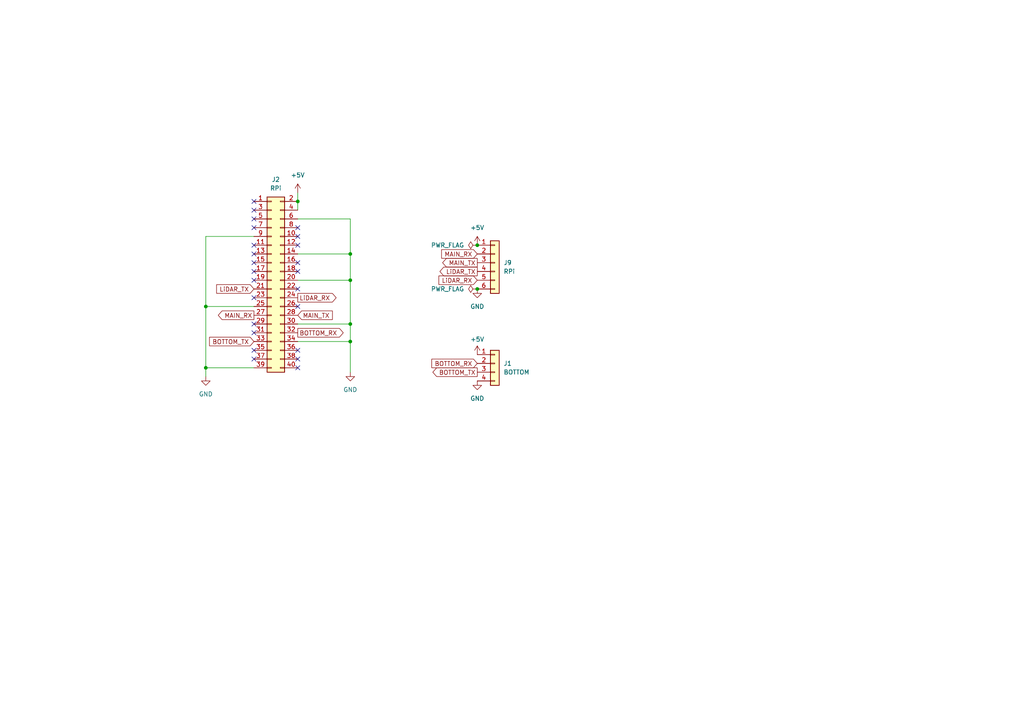
<source format=kicad_sch>
(kicad_sch
	(version 20250114)
	(generator "eeschema")
	(generator_version "9.0")
	(uuid "00c8d7c9-9f94-4acc-9fb5-19dd134d804a")
	(paper "A4")
	(lib_symbols
		(symbol "Connector_Generic:Conn_01x04"
			(pin_names
				(offset 1.016)
				(hide yes)
			)
			(exclude_from_sim no)
			(in_bom yes)
			(on_board yes)
			(property "Reference" "J"
				(at 0 5.08 0)
				(effects
					(font
						(size 1.27 1.27)
					)
				)
			)
			(property "Value" "Conn_01x04"
				(at 0 -7.62 0)
				(effects
					(font
						(size 1.27 1.27)
					)
				)
			)
			(property "Footprint" ""
				(at 0 0 0)
				(effects
					(font
						(size 1.27 1.27)
					)
					(hide yes)
				)
			)
			(property "Datasheet" "~"
				(at 0 0 0)
				(effects
					(font
						(size 1.27 1.27)
					)
					(hide yes)
				)
			)
			(property "Description" "Generic connector, single row, 01x04, script generated (kicad-library-utils/schlib/autogen/connector/)"
				(at 0 0 0)
				(effects
					(font
						(size 1.27 1.27)
					)
					(hide yes)
				)
			)
			(property "ki_keywords" "connector"
				(at 0 0 0)
				(effects
					(font
						(size 1.27 1.27)
					)
					(hide yes)
				)
			)
			(property "ki_fp_filters" "Connector*:*_1x??_*"
				(at 0 0 0)
				(effects
					(font
						(size 1.27 1.27)
					)
					(hide yes)
				)
			)
			(symbol "Conn_01x04_1_1"
				(rectangle
					(start -1.27 3.81)
					(end 1.27 -6.35)
					(stroke
						(width 0.254)
						(type default)
					)
					(fill
						(type background)
					)
				)
				(rectangle
					(start -1.27 2.667)
					(end 0 2.413)
					(stroke
						(width 0.1524)
						(type default)
					)
					(fill
						(type none)
					)
				)
				(rectangle
					(start -1.27 0.127)
					(end 0 -0.127)
					(stroke
						(width 0.1524)
						(type default)
					)
					(fill
						(type none)
					)
				)
				(rectangle
					(start -1.27 -2.413)
					(end 0 -2.667)
					(stroke
						(width 0.1524)
						(type default)
					)
					(fill
						(type none)
					)
				)
				(rectangle
					(start -1.27 -4.953)
					(end 0 -5.207)
					(stroke
						(width 0.1524)
						(type default)
					)
					(fill
						(type none)
					)
				)
				(pin passive line
					(at -5.08 2.54 0)
					(length 3.81)
					(name "Pin_1"
						(effects
							(font
								(size 1.27 1.27)
							)
						)
					)
					(number "1"
						(effects
							(font
								(size 1.27 1.27)
							)
						)
					)
				)
				(pin passive line
					(at -5.08 0 0)
					(length 3.81)
					(name "Pin_2"
						(effects
							(font
								(size 1.27 1.27)
							)
						)
					)
					(number "2"
						(effects
							(font
								(size 1.27 1.27)
							)
						)
					)
				)
				(pin passive line
					(at -5.08 -2.54 0)
					(length 3.81)
					(name "Pin_3"
						(effects
							(font
								(size 1.27 1.27)
							)
						)
					)
					(number "3"
						(effects
							(font
								(size 1.27 1.27)
							)
						)
					)
				)
				(pin passive line
					(at -5.08 -5.08 0)
					(length 3.81)
					(name "Pin_4"
						(effects
							(font
								(size 1.27 1.27)
							)
						)
					)
					(number "4"
						(effects
							(font
								(size 1.27 1.27)
							)
						)
					)
				)
			)
			(embedded_fonts no)
		)
		(symbol "Connector_Generic:Conn_01x06"
			(pin_names
				(offset 1.016)
				(hide yes)
			)
			(exclude_from_sim no)
			(in_bom yes)
			(on_board yes)
			(property "Reference" "J"
				(at 0 7.62 0)
				(effects
					(font
						(size 1.27 1.27)
					)
				)
			)
			(property "Value" "Conn_01x06"
				(at 0 -10.16 0)
				(effects
					(font
						(size 1.27 1.27)
					)
				)
			)
			(property "Footprint" ""
				(at 0 0 0)
				(effects
					(font
						(size 1.27 1.27)
					)
					(hide yes)
				)
			)
			(property "Datasheet" "~"
				(at 0 0 0)
				(effects
					(font
						(size 1.27 1.27)
					)
					(hide yes)
				)
			)
			(property "Description" "Generic connector, single row, 01x06, script generated (kicad-library-utils/schlib/autogen/connector/)"
				(at 0 0 0)
				(effects
					(font
						(size 1.27 1.27)
					)
					(hide yes)
				)
			)
			(property "ki_keywords" "connector"
				(at 0 0 0)
				(effects
					(font
						(size 1.27 1.27)
					)
					(hide yes)
				)
			)
			(property "ki_fp_filters" "Connector*:*_1x??_*"
				(at 0 0 0)
				(effects
					(font
						(size 1.27 1.27)
					)
					(hide yes)
				)
			)
			(symbol "Conn_01x06_1_1"
				(rectangle
					(start -1.27 6.35)
					(end 1.27 -8.89)
					(stroke
						(width 0.254)
						(type default)
					)
					(fill
						(type background)
					)
				)
				(rectangle
					(start -1.27 5.207)
					(end 0 4.953)
					(stroke
						(width 0.1524)
						(type default)
					)
					(fill
						(type none)
					)
				)
				(rectangle
					(start -1.27 2.667)
					(end 0 2.413)
					(stroke
						(width 0.1524)
						(type default)
					)
					(fill
						(type none)
					)
				)
				(rectangle
					(start -1.27 0.127)
					(end 0 -0.127)
					(stroke
						(width 0.1524)
						(type default)
					)
					(fill
						(type none)
					)
				)
				(rectangle
					(start -1.27 -2.413)
					(end 0 -2.667)
					(stroke
						(width 0.1524)
						(type default)
					)
					(fill
						(type none)
					)
				)
				(rectangle
					(start -1.27 -4.953)
					(end 0 -5.207)
					(stroke
						(width 0.1524)
						(type default)
					)
					(fill
						(type none)
					)
				)
				(rectangle
					(start -1.27 -7.493)
					(end 0 -7.747)
					(stroke
						(width 0.1524)
						(type default)
					)
					(fill
						(type none)
					)
				)
				(pin passive line
					(at -5.08 5.08 0)
					(length 3.81)
					(name "Pin_1"
						(effects
							(font
								(size 1.27 1.27)
							)
						)
					)
					(number "1"
						(effects
							(font
								(size 1.27 1.27)
							)
						)
					)
				)
				(pin passive line
					(at -5.08 2.54 0)
					(length 3.81)
					(name "Pin_2"
						(effects
							(font
								(size 1.27 1.27)
							)
						)
					)
					(number "2"
						(effects
							(font
								(size 1.27 1.27)
							)
						)
					)
				)
				(pin passive line
					(at -5.08 0 0)
					(length 3.81)
					(name "Pin_3"
						(effects
							(font
								(size 1.27 1.27)
							)
						)
					)
					(number "3"
						(effects
							(font
								(size 1.27 1.27)
							)
						)
					)
				)
				(pin passive line
					(at -5.08 -2.54 0)
					(length 3.81)
					(name "Pin_4"
						(effects
							(font
								(size 1.27 1.27)
							)
						)
					)
					(number "4"
						(effects
							(font
								(size 1.27 1.27)
							)
						)
					)
				)
				(pin passive line
					(at -5.08 -5.08 0)
					(length 3.81)
					(name "Pin_5"
						(effects
							(font
								(size 1.27 1.27)
							)
						)
					)
					(number "5"
						(effects
							(font
								(size 1.27 1.27)
							)
						)
					)
				)
				(pin passive line
					(at -5.08 -7.62 0)
					(length 3.81)
					(name "Pin_6"
						(effects
							(font
								(size 1.27 1.27)
							)
						)
					)
					(number "6"
						(effects
							(font
								(size 1.27 1.27)
							)
						)
					)
				)
			)
			(embedded_fonts no)
		)
		(symbol "Connector_Generic:Conn_02x20_Odd_Even"
			(pin_names
				(offset 1.016)
				(hide yes)
			)
			(exclude_from_sim no)
			(in_bom yes)
			(on_board yes)
			(property "Reference" "J"
				(at 1.27 25.4 0)
				(effects
					(font
						(size 1.27 1.27)
					)
				)
			)
			(property "Value" "Conn_02x20_Odd_Even"
				(at 1.27 -27.94 0)
				(effects
					(font
						(size 1.27 1.27)
					)
				)
			)
			(property "Footprint" ""
				(at 0 0 0)
				(effects
					(font
						(size 1.27 1.27)
					)
					(hide yes)
				)
			)
			(property "Datasheet" "~"
				(at 0 0 0)
				(effects
					(font
						(size 1.27 1.27)
					)
					(hide yes)
				)
			)
			(property "Description" "Generic connector, double row, 02x20, odd/even pin numbering scheme (row 1 odd numbers, row 2 even numbers), script generated (kicad-library-utils/schlib/autogen/connector/)"
				(at 0 0 0)
				(effects
					(font
						(size 1.27 1.27)
					)
					(hide yes)
				)
			)
			(property "ki_keywords" "connector"
				(at 0 0 0)
				(effects
					(font
						(size 1.27 1.27)
					)
					(hide yes)
				)
			)
			(property "ki_fp_filters" "Connector*:*_2x??_*"
				(at 0 0 0)
				(effects
					(font
						(size 1.27 1.27)
					)
					(hide yes)
				)
			)
			(symbol "Conn_02x20_Odd_Even_1_1"
				(rectangle
					(start -1.27 24.13)
					(end 3.81 -26.67)
					(stroke
						(width 0.254)
						(type default)
					)
					(fill
						(type background)
					)
				)
				(rectangle
					(start -1.27 22.987)
					(end 0 22.733)
					(stroke
						(width 0.1524)
						(type default)
					)
					(fill
						(type none)
					)
				)
				(rectangle
					(start -1.27 20.447)
					(end 0 20.193)
					(stroke
						(width 0.1524)
						(type default)
					)
					(fill
						(type none)
					)
				)
				(rectangle
					(start -1.27 17.907)
					(end 0 17.653)
					(stroke
						(width 0.1524)
						(type default)
					)
					(fill
						(type none)
					)
				)
				(rectangle
					(start -1.27 15.367)
					(end 0 15.113)
					(stroke
						(width 0.1524)
						(type default)
					)
					(fill
						(type none)
					)
				)
				(rectangle
					(start -1.27 12.827)
					(end 0 12.573)
					(stroke
						(width 0.1524)
						(type default)
					)
					(fill
						(type none)
					)
				)
				(rectangle
					(start -1.27 10.287)
					(end 0 10.033)
					(stroke
						(width 0.1524)
						(type default)
					)
					(fill
						(type none)
					)
				)
				(rectangle
					(start -1.27 7.747)
					(end 0 7.493)
					(stroke
						(width 0.1524)
						(type default)
					)
					(fill
						(type none)
					)
				)
				(rectangle
					(start -1.27 5.207)
					(end 0 4.953)
					(stroke
						(width 0.1524)
						(type default)
					)
					(fill
						(type none)
					)
				)
				(rectangle
					(start -1.27 2.667)
					(end 0 2.413)
					(stroke
						(width 0.1524)
						(type default)
					)
					(fill
						(type none)
					)
				)
				(rectangle
					(start -1.27 0.127)
					(end 0 -0.127)
					(stroke
						(width 0.1524)
						(type default)
					)
					(fill
						(type none)
					)
				)
				(rectangle
					(start -1.27 -2.413)
					(end 0 -2.667)
					(stroke
						(width 0.1524)
						(type default)
					)
					(fill
						(type none)
					)
				)
				(rectangle
					(start -1.27 -4.953)
					(end 0 -5.207)
					(stroke
						(width 0.1524)
						(type default)
					)
					(fill
						(type none)
					)
				)
				(rectangle
					(start -1.27 -7.493)
					(end 0 -7.747)
					(stroke
						(width 0.1524)
						(type default)
					)
					(fill
						(type none)
					)
				)
				(rectangle
					(start -1.27 -10.033)
					(end 0 -10.287)
					(stroke
						(width 0.1524)
						(type default)
					)
					(fill
						(type none)
					)
				)
				(rectangle
					(start -1.27 -12.573)
					(end 0 -12.827)
					(stroke
						(width 0.1524)
						(type default)
					)
					(fill
						(type none)
					)
				)
				(rectangle
					(start -1.27 -15.113)
					(end 0 -15.367)
					(stroke
						(width 0.1524)
						(type default)
					)
					(fill
						(type none)
					)
				)
				(rectangle
					(start -1.27 -17.653)
					(end 0 -17.907)
					(stroke
						(width 0.1524)
						(type default)
					)
					(fill
						(type none)
					)
				)
				(rectangle
					(start -1.27 -20.193)
					(end 0 -20.447)
					(stroke
						(width 0.1524)
						(type default)
					)
					(fill
						(type none)
					)
				)
				(rectangle
					(start -1.27 -22.733)
					(end 0 -22.987)
					(stroke
						(width 0.1524)
						(type default)
					)
					(fill
						(type none)
					)
				)
				(rectangle
					(start -1.27 -25.273)
					(end 0 -25.527)
					(stroke
						(width 0.1524)
						(type default)
					)
					(fill
						(type none)
					)
				)
				(rectangle
					(start 3.81 22.987)
					(end 2.54 22.733)
					(stroke
						(width 0.1524)
						(type default)
					)
					(fill
						(type none)
					)
				)
				(rectangle
					(start 3.81 20.447)
					(end 2.54 20.193)
					(stroke
						(width 0.1524)
						(type default)
					)
					(fill
						(type none)
					)
				)
				(rectangle
					(start 3.81 17.907)
					(end 2.54 17.653)
					(stroke
						(width 0.1524)
						(type default)
					)
					(fill
						(type none)
					)
				)
				(rectangle
					(start 3.81 15.367)
					(end 2.54 15.113)
					(stroke
						(width 0.1524)
						(type default)
					)
					(fill
						(type none)
					)
				)
				(rectangle
					(start 3.81 12.827)
					(end 2.54 12.573)
					(stroke
						(width 0.1524)
						(type default)
					)
					(fill
						(type none)
					)
				)
				(rectangle
					(start 3.81 10.287)
					(end 2.54 10.033)
					(stroke
						(width 0.1524)
						(type default)
					)
					(fill
						(type none)
					)
				)
				(rectangle
					(start 3.81 7.747)
					(end 2.54 7.493)
					(stroke
						(width 0.1524)
						(type default)
					)
					(fill
						(type none)
					)
				)
				(rectangle
					(start 3.81 5.207)
					(end 2.54 4.953)
					(stroke
						(width 0.1524)
						(type default)
					)
					(fill
						(type none)
					)
				)
				(rectangle
					(start 3.81 2.667)
					(end 2.54 2.413)
					(stroke
						(width 0.1524)
						(type default)
					)
					(fill
						(type none)
					)
				)
				(rectangle
					(start 3.81 0.127)
					(end 2.54 -0.127)
					(stroke
						(width 0.1524)
						(type default)
					)
					(fill
						(type none)
					)
				)
				(rectangle
					(start 3.81 -2.413)
					(end 2.54 -2.667)
					(stroke
						(width 0.1524)
						(type default)
					)
					(fill
						(type none)
					)
				)
				(rectangle
					(start 3.81 -4.953)
					(end 2.54 -5.207)
					(stroke
						(width 0.1524)
						(type default)
					)
					(fill
						(type none)
					)
				)
				(rectangle
					(start 3.81 -7.493)
					(end 2.54 -7.747)
					(stroke
						(width 0.1524)
						(type default)
					)
					(fill
						(type none)
					)
				)
				(rectangle
					(start 3.81 -10.033)
					(end 2.54 -10.287)
					(stroke
						(width 0.1524)
						(type default)
					)
					(fill
						(type none)
					)
				)
				(rectangle
					(start 3.81 -12.573)
					(end 2.54 -12.827)
					(stroke
						(width 0.1524)
						(type default)
					)
					(fill
						(type none)
					)
				)
				(rectangle
					(start 3.81 -15.113)
					(end 2.54 -15.367)
					(stroke
						(width 0.1524)
						(type default)
					)
					(fill
						(type none)
					)
				)
				(rectangle
					(start 3.81 -17.653)
					(end 2.54 -17.907)
					(stroke
						(width 0.1524)
						(type default)
					)
					(fill
						(type none)
					)
				)
				(rectangle
					(start 3.81 -20.193)
					(end 2.54 -20.447)
					(stroke
						(width 0.1524)
						(type default)
					)
					(fill
						(type none)
					)
				)
				(rectangle
					(start 3.81 -22.733)
					(end 2.54 -22.987)
					(stroke
						(width 0.1524)
						(type default)
					)
					(fill
						(type none)
					)
				)
				(rectangle
					(start 3.81 -25.273)
					(end 2.54 -25.527)
					(stroke
						(width 0.1524)
						(type default)
					)
					(fill
						(type none)
					)
				)
				(pin passive line
					(at -5.08 22.86 0)
					(length 3.81)
					(name "Pin_1"
						(effects
							(font
								(size 1.27 1.27)
							)
						)
					)
					(number "1"
						(effects
							(font
								(size 1.27 1.27)
							)
						)
					)
				)
				(pin passive line
					(at -5.08 20.32 0)
					(length 3.81)
					(name "Pin_3"
						(effects
							(font
								(size 1.27 1.27)
							)
						)
					)
					(number "3"
						(effects
							(font
								(size 1.27 1.27)
							)
						)
					)
				)
				(pin passive line
					(at -5.08 17.78 0)
					(length 3.81)
					(name "Pin_5"
						(effects
							(font
								(size 1.27 1.27)
							)
						)
					)
					(number "5"
						(effects
							(font
								(size 1.27 1.27)
							)
						)
					)
				)
				(pin passive line
					(at -5.08 15.24 0)
					(length 3.81)
					(name "Pin_7"
						(effects
							(font
								(size 1.27 1.27)
							)
						)
					)
					(number "7"
						(effects
							(font
								(size 1.27 1.27)
							)
						)
					)
				)
				(pin passive line
					(at -5.08 12.7 0)
					(length 3.81)
					(name "Pin_9"
						(effects
							(font
								(size 1.27 1.27)
							)
						)
					)
					(number "9"
						(effects
							(font
								(size 1.27 1.27)
							)
						)
					)
				)
				(pin passive line
					(at -5.08 10.16 0)
					(length 3.81)
					(name "Pin_11"
						(effects
							(font
								(size 1.27 1.27)
							)
						)
					)
					(number "11"
						(effects
							(font
								(size 1.27 1.27)
							)
						)
					)
				)
				(pin passive line
					(at -5.08 7.62 0)
					(length 3.81)
					(name "Pin_13"
						(effects
							(font
								(size 1.27 1.27)
							)
						)
					)
					(number "13"
						(effects
							(font
								(size 1.27 1.27)
							)
						)
					)
				)
				(pin passive line
					(at -5.08 5.08 0)
					(length 3.81)
					(name "Pin_15"
						(effects
							(font
								(size 1.27 1.27)
							)
						)
					)
					(number "15"
						(effects
							(font
								(size 1.27 1.27)
							)
						)
					)
				)
				(pin passive line
					(at -5.08 2.54 0)
					(length 3.81)
					(name "Pin_17"
						(effects
							(font
								(size 1.27 1.27)
							)
						)
					)
					(number "17"
						(effects
							(font
								(size 1.27 1.27)
							)
						)
					)
				)
				(pin passive line
					(at -5.08 0 0)
					(length 3.81)
					(name "Pin_19"
						(effects
							(font
								(size 1.27 1.27)
							)
						)
					)
					(number "19"
						(effects
							(font
								(size 1.27 1.27)
							)
						)
					)
				)
				(pin passive line
					(at -5.08 -2.54 0)
					(length 3.81)
					(name "Pin_21"
						(effects
							(font
								(size 1.27 1.27)
							)
						)
					)
					(number "21"
						(effects
							(font
								(size 1.27 1.27)
							)
						)
					)
				)
				(pin passive line
					(at -5.08 -5.08 0)
					(length 3.81)
					(name "Pin_23"
						(effects
							(font
								(size 1.27 1.27)
							)
						)
					)
					(number "23"
						(effects
							(font
								(size 1.27 1.27)
							)
						)
					)
				)
				(pin passive line
					(at -5.08 -7.62 0)
					(length 3.81)
					(name "Pin_25"
						(effects
							(font
								(size 1.27 1.27)
							)
						)
					)
					(number "25"
						(effects
							(font
								(size 1.27 1.27)
							)
						)
					)
				)
				(pin passive line
					(at -5.08 -10.16 0)
					(length 3.81)
					(name "Pin_27"
						(effects
							(font
								(size 1.27 1.27)
							)
						)
					)
					(number "27"
						(effects
							(font
								(size 1.27 1.27)
							)
						)
					)
				)
				(pin passive line
					(at -5.08 -12.7 0)
					(length 3.81)
					(name "Pin_29"
						(effects
							(font
								(size 1.27 1.27)
							)
						)
					)
					(number "29"
						(effects
							(font
								(size 1.27 1.27)
							)
						)
					)
				)
				(pin passive line
					(at -5.08 -15.24 0)
					(length 3.81)
					(name "Pin_31"
						(effects
							(font
								(size 1.27 1.27)
							)
						)
					)
					(number "31"
						(effects
							(font
								(size 1.27 1.27)
							)
						)
					)
				)
				(pin passive line
					(at -5.08 -17.78 0)
					(length 3.81)
					(name "Pin_33"
						(effects
							(font
								(size 1.27 1.27)
							)
						)
					)
					(number "33"
						(effects
							(font
								(size 1.27 1.27)
							)
						)
					)
				)
				(pin passive line
					(at -5.08 -20.32 0)
					(length 3.81)
					(name "Pin_35"
						(effects
							(font
								(size 1.27 1.27)
							)
						)
					)
					(number "35"
						(effects
							(font
								(size 1.27 1.27)
							)
						)
					)
				)
				(pin passive line
					(at -5.08 -22.86 0)
					(length 3.81)
					(name "Pin_37"
						(effects
							(font
								(size 1.27 1.27)
							)
						)
					)
					(number "37"
						(effects
							(font
								(size 1.27 1.27)
							)
						)
					)
				)
				(pin passive line
					(at -5.08 -25.4 0)
					(length 3.81)
					(name "Pin_39"
						(effects
							(font
								(size 1.27 1.27)
							)
						)
					)
					(number "39"
						(effects
							(font
								(size 1.27 1.27)
							)
						)
					)
				)
				(pin passive line
					(at 7.62 22.86 180)
					(length 3.81)
					(name "Pin_2"
						(effects
							(font
								(size 1.27 1.27)
							)
						)
					)
					(number "2"
						(effects
							(font
								(size 1.27 1.27)
							)
						)
					)
				)
				(pin passive line
					(at 7.62 20.32 180)
					(length 3.81)
					(name "Pin_4"
						(effects
							(font
								(size 1.27 1.27)
							)
						)
					)
					(number "4"
						(effects
							(font
								(size 1.27 1.27)
							)
						)
					)
				)
				(pin passive line
					(at 7.62 17.78 180)
					(length 3.81)
					(name "Pin_6"
						(effects
							(font
								(size 1.27 1.27)
							)
						)
					)
					(number "6"
						(effects
							(font
								(size 1.27 1.27)
							)
						)
					)
				)
				(pin passive line
					(at 7.62 15.24 180)
					(length 3.81)
					(name "Pin_8"
						(effects
							(font
								(size 1.27 1.27)
							)
						)
					)
					(number "8"
						(effects
							(font
								(size 1.27 1.27)
							)
						)
					)
				)
				(pin passive line
					(at 7.62 12.7 180)
					(length 3.81)
					(name "Pin_10"
						(effects
							(font
								(size 1.27 1.27)
							)
						)
					)
					(number "10"
						(effects
							(font
								(size 1.27 1.27)
							)
						)
					)
				)
				(pin passive line
					(at 7.62 10.16 180)
					(length 3.81)
					(name "Pin_12"
						(effects
							(font
								(size 1.27 1.27)
							)
						)
					)
					(number "12"
						(effects
							(font
								(size 1.27 1.27)
							)
						)
					)
				)
				(pin passive line
					(at 7.62 7.62 180)
					(length 3.81)
					(name "Pin_14"
						(effects
							(font
								(size 1.27 1.27)
							)
						)
					)
					(number "14"
						(effects
							(font
								(size 1.27 1.27)
							)
						)
					)
				)
				(pin passive line
					(at 7.62 5.08 180)
					(length 3.81)
					(name "Pin_16"
						(effects
							(font
								(size 1.27 1.27)
							)
						)
					)
					(number "16"
						(effects
							(font
								(size 1.27 1.27)
							)
						)
					)
				)
				(pin passive line
					(at 7.62 2.54 180)
					(length 3.81)
					(name "Pin_18"
						(effects
							(font
								(size 1.27 1.27)
							)
						)
					)
					(number "18"
						(effects
							(font
								(size 1.27 1.27)
							)
						)
					)
				)
				(pin passive line
					(at 7.62 0 180)
					(length 3.81)
					(name "Pin_20"
						(effects
							(font
								(size 1.27 1.27)
							)
						)
					)
					(number "20"
						(effects
							(font
								(size 1.27 1.27)
							)
						)
					)
				)
				(pin passive line
					(at 7.62 -2.54 180)
					(length 3.81)
					(name "Pin_22"
						(effects
							(font
								(size 1.27 1.27)
							)
						)
					)
					(number "22"
						(effects
							(font
								(size 1.27 1.27)
							)
						)
					)
				)
				(pin passive line
					(at 7.62 -5.08 180)
					(length 3.81)
					(name "Pin_24"
						(effects
							(font
								(size 1.27 1.27)
							)
						)
					)
					(number "24"
						(effects
							(font
								(size 1.27 1.27)
							)
						)
					)
				)
				(pin passive line
					(at 7.62 -7.62 180)
					(length 3.81)
					(name "Pin_26"
						(effects
							(font
								(size 1.27 1.27)
							)
						)
					)
					(number "26"
						(effects
							(font
								(size 1.27 1.27)
							)
						)
					)
				)
				(pin passive line
					(at 7.62 -10.16 180)
					(length 3.81)
					(name "Pin_28"
						(effects
							(font
								(size 1.27 1.27)
							)
						)
					)
					(number "28"
						(effects
							(font
								(size 1.27 1.27)
							)
						)
					)
				)
				(pin passive line
					(at 7.62 -12.7 180)
					(length 3.81)
					(name "Pin_30"
						(effects
							(font
								(size 1.27 1.27)
							)
						)
					)
					(number "30"
						(effects
							(font
								(size 1.27 1.27)
							)
						)
					)
				)
				(pin passive line
					(at 7.62 -15.24 180)
					(length 3.81)
					(name "Pin_32"
						(effects
							(font
								(size 1.27 1.27)
							)
						)
					)
					(number "32"
						(effects
							(font
								(size 1.27 1.27)
							)
						)
					)
				)
				(pin passive line
					(at 7.62 -17.78 180)
					(length 3.81)
					(name "Pin_34"
						(effects
							(font
								(size 1.27 1.27)
							)
						)
					)
					(number "34"
						(effects
							(font
								(size 1.27 1.27)
							)
						)
					)
				)
				(pin passive line
					(at 7.62 -20.32 180)
					(length 3.81)
					(name "Pin_36"
						(effects
							(font
								(size 1.27 1.27)
							)
						)
					)
					(number "36"
						(effects
							(font
								(size 1.27 1.27)
							)
						)
					)
				)
				(pin passive line
					(at 7.62 -22.86 180)
					(length 3.81)
					(name "Pin_38"
						(effects
							(font
								(size 1.27 1.27)
							)
						)
					)
					(number "38"
						(effects
							(font
								(size 1.27 1.27)
							)
						)
					)
				)
				(pin passive line
					(at 7.62 -25.4 180)
					(length 3.81)
					(name "Pin_40"
						(effects
							(font
								(size 1.27 1.27)
							)
						)
					)
					(number "40"
						(effects
							(font
								(size 1.27 1.27)
							)
						)
					)
				)
			)
			(embedded_fonts no)
		)
		(symbol "power:+5V"
			(power)
			(pin_numbers
				(hide yes)
			)
			(pin_names
				(offset 0)
				(hide yes)
			)
			(exclude_from_sim no)
			(in_bom yes)
			(on_board yes)
			(property "Reference" "#PWR"
				(at 0 -3.81 0)
				(effects
					(font
						(size 1.27 1.27)
					)
					(hide yes)
				)
			)
			(property "Value" "+5V"
				(at 0 3.556 0)
				(effects
					(font
						(size 1.27 1.27)
					)
				)
			)
			(property "Footprint" ""
				(at 0 0 0)
				(effects
					(font
						(size 1.27 1.27)
					)
					(hide yes)
				)
			)
			(property "Datasheet" ""
				(at 0 0 0)
				(effects
					(font
						(size 1.27 1.27)
					)
					(hide yes)
				)
			)
			(property "Description" "Power symbol creates a global label with name \"+5V\""
				(at 0 0 0)
				(effects
					(font
						(size 1.27 1.27)
					)
					(hide yes)
				)
			)
			(property "ki_keywords" "global power"
				(at 0 0 0)
				(effects
					(font
						(size 1.27 1.27)
					)
					(hide yes)
				)
			)
			(symbol "+5V_0_1"
				(polyline
					(pts
						(xy -0.762 1.27) (xy 0 2.54)
					)
					(stroke
						(width 0)
						(type default)
					)
					(fill
						(type none)
					)
				)
				(polyline
					(pts
						(xy 0 2.54) (xy 0.762 1.27)
					)
					(stroke
						(width 0)
						(type default)
					)
					(fill
						(type none)
					)
				)
				(polyline
					(pts
						(xy 0 0) (xy 0 2.54)
					)
					(stroke
						(width 0)
						(type default)
					)
					(fill
						(type none)
					)
				)
			)
			(symbol "+5V_1_1"
				(pin power_in line
					(at 0 0 90)
					(length 0)
					(name "~"
						(effects
							(font
								(size 1.27 1.27)
							)
						)
					)
					(number "1"
						(effects
							(font
								(size 1.27 1.27)
							)
						)
					)
				)
			)
			(embedded_fonts no)
		)
		(symbol "power:GND"
			(power)
			(pin_numbers
				(hide yes)
			)
			(pin_names
				(offset 0)
				(hide yes)
			)
			(exclude_from_sim no)
			(in_bom yes)
			(on_board yes)
			(property "Reference" "#PWR"
				(at 0 -6.35 0)
				(effects
					(font
						(size 1.27 1.27)
					)
					(hide yes)
				)
			)
			(property "Value" "GND"
				(at 0 -3.81 0)
				(effects
					(font
						(size 1.27 1.27)
					)
				)
			)
			(property "Footprint" ""
				(at 0 0 0)
				(effects
					(font
						(size 1.27 1.27)
					)
					(hide yes)
				)
			)
			(property "Datasheet" ""
				(at 0 0 0)
				(effects
					(font
						(size 1.27 1.27)
					)
					(hide yes)
				)
			)
			(property "Description" "Power symbol creates a global label with name \"GND\" , ground"
				(at 0 0 0)
				(effects
					(font
						(size 1.27 1.27)
					)
					(hide yes)
				)
			)
			(property "ki_keywords" "global power"
				(at 0 0 0)
				(effects
					(font
						(size 1.27 1.27)
					)
					(hide yes)
				)
			)
			(symbol "GND_0_1"
				(polyline
					(pts
						(xy 0 0) (xy 0 -1.27) (xy 1.27 -1.27) (xy 0 -2.54) (xy -1.27 -1.27) (xy 0 -1.27)
					)
					(stroke
						(width 0)
						(type default)
					)
					(fill
						(type none)
					)
				)
			)
			(symbol "GND_1_1"
				(pin power_in line
					(at 0 0 270)
					(length 0)
					(name "~"
						(effects
							(font
								(size 1.27 1.27)
							)
						)
					)
					(number "1"
						(effects
							(font
								(size 1.27 1.27)
							)
						)
					)
				)
			)
			(embedded_fonts no)
		)
		(symbol "power:PWR_FLAG"
			(power)
			(pin_numbers
				(hide yes)
			)
			(pin_names
				(offset 0)
				(hide yes)
			)
			(exclude_from_sim no)
			(in_bom yes)
			(on_board yes)
			(property "Reference" "#FLG"
				(at 0 1.905 0)
				(effects
					(font
						(size 1.27 1.27)
					)
					(hide yes)
				)
			)
			(property "Value" "PWR_FLAG"
				(at 0 3.81 0)
				(effects
					(font
						(size 1.27 1.27)
					)
				)
			)
			(property "Footprint" ""
				(at 0 0 0)
				(effects
					(font
						(size 1.27 1.27)
					)
					(hide yes)
				)
			)
			(property "Datasheet" "~"
				(at 0 0 0)
				(effects
					(font
						(size 1.27 1.27)
					)
					(hide yes)
				)
			)
			(property "Description" "Special symbol for telling ERC where power comes from"
				(at 0 0 0)
				(effects
					(font
						(size 1.27 1.27)
					)
					(hide yes)
				)
			)
			(property "ki_keywords" "flag power"
				(at 0 0 0)
				(effects
					(font
						(size 1.27 1.27)
					)
					(hide yes)
				)
			)
			(symbol "PWR_FLAG_0_0"
				(pin power_out line
					(at 0 0 90)
					(length 0)
					(name "~"
						(effects
							(font
								(size 1.27 1.27)
							)
						)
					)
					(number "1"
						(effects
							(font
								(size 1.27 1.27)
							)
						)
					)
				)
			)
			(symbol "PWR_FLAG_0_1"
				(polyline
					(pts
						(xy 0 0) (xy 0 1.27) (xy -1.016 1.905) (xy 0 2.54) (xy 1.016 1.905) (xy 0 1.27)
					)
					(stroke
						(width 0)
						(type default)
					)
					(fill
						(type none)
					)
				)
			)
			(embedded_fonts no)
		)
	)
	(junction
		(at 59.69 106.68)
		(diameter 0)
		(color 0 0 0 0)
		(uuid "23ab6ac6-9e9e-4128-982a-e38bcc22a1c1")
	)
	(junction
		(at 101.6 81.28)
		(diameter 0)
		(color 0 0 0 0)
		(uuid "453e0987-2141-4e20-b96f-f049064603e4")
	)
	(junction
		(at 138.43 83.82)
		(diameter 0)
		(color 0 0 0 0)
		(uuid "71e13e9a-5648-4b29-95ca-f670a37d9f60")
	)
	(junction
		(at 101.6 73.66)
		(diameter 0)
		(color 0 0 0 0)
		(uuid "7b78b769-f849-49f6-aac2-3f8b75fc15cf")
	)
	(junction
		(at 138.43 71.12)
		(diameter 0)
		(color 0 0 0 0)
		(uuid "91282c78-8a93-4d39-bb02-99ac6e081b0e")
	)
	(junction
		(at 86.36 58.42)
		(diameter 0)
		(color 0 0 0 0)
		(uuid "9ac25aba-3a31-4ae5-98b1-0187e1655073")
	)
	(junction
		(at 101.6 93.98)
		(diameter 0)
		(color 0 0 0 0)
		(uuid "abb0fa75-9d25-42b0-b7ab-c45ba27f3b1d")
	)
	(junction
		(at 101.6 99.06)
		(diameter 0)
		(color 0 0 0 0)
		(uuid "cf5b7d12-00a2-4eae-b9db-22df1857c3b9")
	)
	(junction
		(at 59.69 88.9)
		(diameter 0)
		(color 0 0 0 0)
		(uuid "f2a99249-fe51-4220-ad8c-151ce63d426e")
	)
	(no_connect
		(at 86.36 66.04)
		(uuid "07faf242-0ddd-43a6-9089-82eddc29d05e")
	)
	(no_connect
		(at 73.66 63.5)
		(uuid "127e994b-32c6-4cc4-9d98-d493bbf1001f")
	)
	(no_connect
		(at 73.66 60.96)
		(uuid "30b848ba-0f6a-4a47-8987-13a11c207506")
	)
	(no_connect
		(at 73.66 76.2)
		(uuid "362d723e-5f09-48de-a26c-74e07d249d9f")
	)
	(no_connect
		(at 86.36 78.74)
		(uuid "3ba2748d-8cda-4aac-a4f7-17eaa885b8f4")
	)
	(no_connect
		(at 73.66 71.12)
		(uuid "3e00c016-b2b8-4060-9f2a-715e53aa8506")
	)
	(no_connect
		(at 86.36 106.68)
		(uuid "3ebe8578-dcef-46f4-b24b-1184be5ea00c")
	)
	(no_connect
		(at 86.36 68.58)
		(uuid "447f7095-7a67-4e0a-9f45-7075636e6772")
	)
	(no_connect
		(at 73.66 86.36)
		(uuid "6edbd0e5-b823-4844-816a-509b16629c05")
	)
	(no_connect
		(at 73.66 78.74)
		(uuid "72c9b340-c285-4b8d-96b5-f0a21b7a7a62")
	)
	(no_connect
		(at 73.66 101.6)
		(uuid "79ff9ad8-a906-49c8-97a4-507f1f34acc9")
	)
	(no_connect
		(at 86.36 88.9)
		(uuid "815adeb5-3dd9-4d4d-a454-177169bd514b")
	)
	(no_connect
		(at 86.36 104.14)
		(uuid "861cd02c-4024-42e4-9e72-6da5ee4a77f5")
	)
	(no_connect
		(at 73.66 58.42)
		(uuid "91c10205-490d-4261-90ac-1d98f1c467fe")
	)
	(no_connect
		(at 86.36 101.6)
		(uuid "b1c3d6e5-4f7b-4cd6-9e4a-b6ad12a021d8")
	)
	(no_connect
		(at 73.66 66.04)
		(uuid "bab88d07-c4f1-4457-93a3-34a75a8e2def")
	)
	(no_connect
		(at 73.66 93.98)
		(uuid "ca871c6e-26c1-4301-814b-d95fc60a071a")
	)
	(no_connect
		(at 86.36 71.12)
		(uuid "d9d54f93-9624-4528-91e2-41f5ae6d0ca7")
	)
	(no_connect
		(at 73.66 96.52)
		(uuid "e8e9a493-e396-4b64-95d6-08155a8b88c1")
	)
	(no_connect
		(at 73.66 81.28)
		(uuid "ea5b3cbe-0173-4c74-88a3-5422130d70f4")
	)
	(no_connect
		(at 86.36 83.82)
		(uuid "f6310d40-3d51-4a5a-b610-3d3b928a73fa")
	)
	(no_connect
		(at 73.66 104.14)
		(uuid "faf75b59-3cd4-4601-96f2-83923f716617")
	)
	(no_connect
		(at 86.36 76.2)
		(uuid "fb39c58c-c402-4580-9723-c37d4a182ab4")
	)
	(no_connect
		(at 73.66 73.66)
		(uuid "fd38a173-e473-4b4b-a015-3e1b5a44a1e4")
	)
	(wire
		(pts
			(xy 86.36 81.28) (xy 101.6 81.28)
		)
		(stroke
			(width 0)
			(type default)
		)
		(uuid "10180a0c-3c31-474a-9f3f-305ddfdf06cd")
	)
	(wire
		(pts
			(xy 101.6 63.5) (xy 86.36 63.5)
		)
		(stroke
			(width 0)
			(type default)
		)
		(uuid "1c28e34d-e727-49ea-b8f9-3cf664c976b3")
	)
	(wire
		(pts
			(xy 59.69 68.58) (xy 73.66 68.58)
		)
		(stroke
			(width 0)
			(type default)
		)
		(uuid "26c105ec-1f42-4536-a787-c94726e57837")
	)
	(wire
		(pts
			(xy 101.6 73.66) (xy 101.6 81.28)
		)
		(stroke
			(width 0)
			(type default)
		)
		(uuid "399218c7-bff7-428a-b756-9bf07a766568")
	)
	(wire
		(pts
			(xy 59.69 88.9) (xy 59.69 106.68)
		)
		(stroke
			(width 0)
			(type default)
		)
		(uuid "3f9fd1ad-38b1-4f26-af21-0ae68ac3635e")
	)
	(wire
		(pts
			(xy 86.36 55.88) (xy 86.36 58.42)
		)
		(stroke
			(width 0)
			(type default)
		)
		(uuid "4076082a-b18f-4774-a6f5-3c537398e4a1")
	)
	(wire
		(pts
			(xy 86.36 58.42) (xy 86.36 60.96)
		)
		(stroke
			(width 0)
			(type default)
		)
		(uuid "56a51183-723b-410c-be8a-9c03170b91fc")
	)
	(wire
		(pts
			(xy 59.69 109.22) (xy 59.69 106.68)
		)
		(stroke
			(width 0)
			(type default)
		)
		(uuid "57b4a1c6-3e92-41e5-aed3-3dbae90f8836")
	)
	(wire
		(pts
			(xy 101.6 63.5) (xy 101.6 73.66)
		)
		(stroke
			(width 0)
			(type default)
		)
		(uuid "63c02539-3880-4d92-9ce1-466fbfc84251")
	)
	(wire
		(pts
			(xy 86.36 99.06) (xy 101.6 99.06)
		)
		(stroke
			(width 0)
			(type default)
		)
		(uuid "7c7e642e-fcbf-420b-b993-da3d61fc7f46")
	)
	(wire
		(pts
			(xy 59.69 88.9) (xy 73.66 88.9)
		)
		(stroke
			(width 0)
			(type default)
		)
		(uuid "90639f54-db2f-40bb-a5f3-00f484fb3a87")
	)
	(wire
		(pts
			(xy 59.69 106.68) (xy 73.66 106.68)
		)
		(stroke
			(width 0)
			(type default)
		)
		(uuid "983e61e8-e742-4617-a29d-d85b3b824544")
	)
	(wire
		(pts
			(xy 101.6 107.95) (xy 101.6 99.06)
		)
		(stroke
			(width 0)
			(type default)
		)
		(uuid "a567196b-0408-4f3f-91bf-30d6d3d59b06")
	)
	(wire
		(pts
			(xy 86.36 73.66) (xy 101.6 73.66)
		)
		(stroke
			(width 0)
			(type default)
		)
		(uuid "aa675c0e-85b9-4a23-80ee-93e6d6bfd1ec")
	)
	(wire
		(pts
			(xy 86.36 93.98) (xy 101.6 93.98)
		)
		(stroke
			(width 0)
			(type default)
		)
		(uuid "c4bad1cb-40cb-4dfa-88df-1ea149310d39")
	)
	(wire
		(pts
			(xy 101.6 81.28) (xy 101.6 93.98)
		)
		(stroke
			(width 0)
			(type default)
		)
		(uuid "e2348858-402f-4917-8a14-c35e792e34e0")
	)
	(wire
		(pts
			(xy 101.6 93.98) (xy 101.6 99.06)
		)
		(stroke
			(width 0)
			(type default)
		)
		(uuid "e7566427-6e58-49be-b216-32efba78dcb7")
	)
	(wire
		(pts
			(xy 59.69 68.58) (xy 59.69 88.9)
		)
		(stroke
			(width 0)
			(type default)
		)
		(uuid "ead85f5c-3b44-4146-8177-f42cc58e92c5")
	)
	(global_label "MAIN_RX"
		(shape input)
		(at 138.43 73.66 180)
		(fields_autoplaced yes)
		(effects
			(font
				(size 1.27 1.27)
			)
			(justify right)
		)
		(uuid "10c1cbb6-950d-45d0-bda1-7a5814eab9da")
		(property "Intersheetrefs" "${INTERSHEET_REFS}"
			(at 127.5224 73.66 0)
			(effects
				(font
					(size 1.27 1.27)
				)
				(justify right)
				(hide yes)
			)
		)
	)
	(global_label "MAIN_TX"
		(shape output)
		(at 138.43 76.2 180)
		(fields_autoplaced yes)
		(effects
			(font
				(size 1.27 1.27)
			)
			(justify right)
		)
		(uuid "21b07bbe-91f8-4c4f-918b-8499346e1045")
		(property "Intersheetrefs" "${INTERSHEET_REFS}"
			(at 127.8248 76.2 0)
			(effects
				(font
					(size 1.27 1.27)
				)
				(justify right)
				(hide yes)
			)
		)
	)
	(global_label "LiDAR_RX"
		(shape input)
		(at 138.43 81.28 180)
		(fields_autoplaced yes)
		(effects
			(font
				(size 1.27 1.27)
			)
			(justify right)
		)
		(uuid "2cee93cf-14e2-40d2-826f-672e3bc88fad")
		(property "Intersheetrefs" "${INTERSHEET_REFS}"
			(at 126.7362 81.28 0)
			(effects
				(font
					(size 1.27 1.27)
				)
				(justify right)
				(hide yes)
			)
		)
	)
	(global_label "BOTTOM_TX"
		(shape output)
		(at 138.43 107.95 180)
		(fields_autoplaced yes)
		(effects
			(font
				(size 1.27 1.27)
			)
			(justify right)
		)
		(uuid "42f50894-1c9f-40a6-a688-7f536755d2be")
		(property "Intersheetrefs" "${INTERSHEET_REFS}"
			(at 124.9825 107.95 0)
			(effects
				(font
					(size 1.27 1.27)
				)
				(justify right)
				(hide yes)
			)
		)
	)
	(global_label "MAIN_RX"
		(shape output)
		(at 73.66 91.44 180)
		(fields_autoplaced yes)
		(effects
			(font
				(size 1.27 1.27)
			)
			(justify right)
		)
		(uuid "5191deb7-bfa1-4e45-ba42-bc1342120914")
		(property "Intersheetrefs" "${INTERSHEET_REFS}"
			(at 62.7524 91.44 0)
			(effects
				(font
					(size 1.27 1.27)
				)
				(justify right)
				(hide yes)
			)
		)
	)
	(global_label "LiDAR_TX"
		(shape output)
		(at 138.43 78.74 180)
		(fields_autoplaced yes)
		(effects
			(font
				(size 1.27 1.27)
			)
			(justify right)
		)
		(uuid "59659dd0-7771-4514-9f14-e84c2eabe87d")
		(property "Intersheetrefs" "${INTERSHEET_REFS}"
			(at 127.0386 78.74 0)
			(effects
				(font
					(size 1.27 1.27)
				)
				(justify right)
				(hide yes)
			)
		)
	)
	(global_label "BOTTOM_RX"
		(shape output)
		(at 86.36 96.52 0)
		(fields_autoplaced yes)
		(effects
			(font
				(size 1.27 1.27)
			)
			(justify left)
		)
		(uuid "5e95fdb3-f0fd-4427-8782-92a04e5395a4")
		(property "Intersheetrefs" "${INTERSHEET_REFS}"
			(at 100.1099 96.52 0)
			(effects
				(font
					(size 1.27 1.27)
				)
				(justify left)
				(hide yes)
			)
		)
	)
	(global_label "LiDAR_TX"
		(shape input)
		(at 73.66 83.82 180)
		(fields_autoplaced yes)
		(effects
			(font
				(size 1.27 1.27)
			)
			(justify right)
		)
		(uuid "664a3286-20f5-4308-b573-91a44bfd46c4")
		(property "Intersheetrefs" "${INTERSHEET_REFS}"
			(at 62.2686 83.82 0)
			(effects
				(font
					(size 1.27 1.27)
				)
				(justify right)
				(hide yes)
			)
		)
	)
	(global_label "MAIN_TX"
		(shape input)
		(at 86.36 91.44 0)
		(fields_autoplaced yes)
		(effects
			(font
				(size 1.27 1.27)
			)
			(justify left)
		)
		(uuid "aed09b4a-6f1c-44c7-b31c-7bbfd1fbbd71")
		(property "Intersheetrefs" "${INTERSHEET_REFS}"
			(at 96.9652 91.44 0)
			(effects
				(font
					(size 1.27 1.27)
				)
				(justify left)
				(hide yes)
			)
		)
	)
	(global_label "BOTTOM_RX"
		(shape input)
		(at 138.43 105.41 180)
		(fields_autoplaced yes)
		(effects
			(font
				(size 1.27 1.27)
			)
			(justify right)
		)
		(uuid "c084dcf3-1b65-4674-90b3-a236b14fff56")
		(property "Intersheetrefs" "${INTERSHEET_REFS}"
			(at 124.6801 105.41 0)
			(effects
				(font
					(size 1.27 1.27)
				)
				(justify right)
				(hide yes)
			)
		)
	)
	(global_label "BOTTOM_TX"
		(shape input)
		(at 73.66 99.06 180)
		(fields_autoplaced yes)
		(effects
			(font
				(size 1.27 1.27)
			)
			(justify right)
		)
		(uuid "ece2bb99-dfff-4ff8-86cd-9710b1db8e4c")
		(property "Intersheetrefs" "${INTERSHEET_REFS}"
			(at 60.2125 99.06 0)
			(effects
				(font
					(size 1.27 1.27)
				)
				(justify right)
				(hide yes)
			)
		)
	)
	(global_label "LiDAR_RX"
		(shape output)
		(at 86.36 86.36 0)
		(fields_autoplaced yes)
		(effects
			(font
				(size 1.27 1.27)
			)
			(justify left)
		)
		(uuid "f9afa530-ddd0-4d6b-96d5-09fd5f046c47")
		(property "Intersheetrefs" "${INTERSHEET_REFS}"
			(at 98.0538 86.36 0)
			(effects
				(font
					(size 1.27 1.27)
				)
				(justify left)
				(hide yes)
			)
		)
	)
	(symbol
		(lib_id "power:GND")
		(at 101.6 107.95 0)
		(unit 1)
		(exclude_from_sim no)
		(in_bom yes)
		(on_board yes)
		(dnp no)
		(fields_autoplaced yes)
		(uuid "0205883c-9aea-46eb-a64e-616442c25fa5")
		(property "Reference" "#PWR05"
			(at 101.6 114.3 0)
			(effects
				(font
					(size 1.27 1.27)
				)
				(hide yes)
			)
		)
		(property "Value" "GND"
			(at 101.6 113.03 0)
			(effects
				(font
					(size 1.27 1.27)
				)
			)
		)
		(property "Footprint" ""
			(at 101.6 107.95 0)
			(effects
				(font
					(size 1.27 1.27)
				)
				(hide yes)
			)
		)
		(property "Datasheet" ""
			(at 101.6 107.95 0)
			(effects
				(font
					(size 1.27 1.27)
				)
				(hide yes)
			)
		)
		(property "Description" "Power symbol creates a global label with name \"GND\" , ground"
			(at 101.6 107.95 0)
			(effects
				(font
					(size 1.27 1.27)
				)
				(hide yes)
			)
		)
		(pin "1"
			(uuid "d56e3f65-d447-4ea6-b162-bbc203b82337")
		)
		(instances
			(project "04-RPi"
				(path "/00c8d7c9-9f94-4acc-9fb5-19dd134d804a"
					(reference "#PWR05")
					(unit 1)
				)
			)
		)
	)
	(symbol
		(lib_id "power:+5V")
		(at 86.36 55.88 0)
		(unit 1)
		(exclude_from_sim no)
		(in_bom yes)
		(on_board yes)
		(dnp no)
		(fields_autoplaced yes)
		(uuid "1aea5761-7312-40bd-99c9-d11b22c1f61b")
		(property "Reference" "#PWR01"
			(at 86.36 59.69 0)
			(effects
				(font
					(size 1.27 1.27)
				)
				(hide yes)
			)
		)
		(property "Value" "+5V"
			(at 86.36 50.8 0)
			(effects
				(font
					(size 1.27 1.27)
				)
			)
		)
		(property "Footprint" ""
			(at 86.36 55.88 0)
			(effects
				(font
					(size 1.27 1.27)
				)
				(hide yes)
			)
		)
		(property "Datasheet" ""
			(at 86.36 55.88 0)
			(effects
				(font
					(size 1.27 1.27)
				)
				(hide yes)
			)
		)
		(property "Description" "Power symbol creates a global label with name \"+5V\""
			(at 86.36 55.88 0)
			(effects
				(font
					(size 1.27 1.27)
				)
				(hide yes)
			)
		)
		(pin "1"
			(uuid "c83ec37d-12dc-4f40-9508-6d578bb67076")
		)
		(instances
			(project ""
				(path "/00c8d7c9-9f94-4acc-9fb5-19dd134d804a"
					(reference "#PWR01")
					(unit 1)
				)
			)
		)
	)
	(symbol
		(lib_id "power:+5V")
		(at 138.43 71.12 0)
		(unit 1)
		(exclude_from_sim no)
		(in_bom yes)
		(on_board yes)
		(dnp no)
		(fields_autoplaced yes)
		(uuid "335fe154-7760-4178-9062-bff29d812d16")
		(property "Reference" "#PWR091"
			(at 138.43 74.93 0)
			(effects
				(font
					(size 1.27 1.27)
				)
				(hide yes)
			)
		)
		(property "Value" "+5V"
			(at 138.43 66.04 0)
			(effects
				(font
					(size 1.27 1.27)
				)
			)
		)
		(property "Footprint" ""
			(at 138.43 71.12 0)
			(effects
				(font
					(size 1.27 1.27)
				)
				(hide yes)
			)
		)
		(property "Datasheet" ""
			(at 138.43 71.12 0)
			(effects
				(font
					(size 1.27 1.27)
				)
				(hide yes)
			)
		)
		(property "Description" "Power symbol creates a global label with name \"+5V\""
			(at 138.43 71.12 0)
			(effects
				(font
					(size 1.27 1.27)
				)
				(hide yes)
			)
		)
		(pin "1"
			(uuid "6647f6f2-bdf7-4621-a2f2-df944d27a20e")
		)
		(instances
			(project "04-RPi"
				(path "/00c8d7c9-9f94-4acc-9fb5-19dd134d804a"
					(reference "#PWR091")
					(unit 1)
				)
			)
		)
	)
	(symbol
		(lib_id "power:GND")
		(at 138.43 110.49 0)
		(unit 1)
		(exclude_from_sim no)
		(in_bom yes)
		(on_board yes)
		(dnp no)
		(fields_autoplaced yes)
		(uuid "3fb59104-5ad5-4f46-af9e-f20d883f008a")
		(property "Reference" "#PWR028"
			(at 138.43 116.84 0)
			(effects
				(font
					(size 1.27 1.27)
				)
				(hide yes)
			)
		)
		(property "Value" "GND"
			(at 138.43 115.57 0)
			(effects
				(font
					(size 1.27 1.27)
				)
			)
		)
		(property "Footprint" ""
			(at 138.43 110.49 0)
			(effects
				(font
					(size 1.27 1.27)
				)
				(hide yes)
			)
		)
		(property "Datasheet" ""
			(at 138.43 110.49 0)
			(effects
				(font
					(size 1.27 1.27)
				)
				(hide yes)
			)
		)
		(property "Description" ""
			(at 138.43 110.49 0)
			(effects
				(font
					(size 1.27 1.27)
				)
			)
		)
		(pin "1"
			(uuid "261e5a8f-d821-4a34-89fd-8b4f90175638")
		)
		(instances
			(project "04-RPi"
				(path "/00c8d7c9-9f94-4acc-9fb5-19dd134d804a"
					(reference "#PWR028")
					(unit 1)
				)
			)
		)
	)
	(symbol
		(lib_id "power:GND")
		(at 59.69 109.22 0)
		(unit 1)
		(exclude_from_sim no)
		(in_bom yes)
		(on_board yes)
		(dnp no)
		(fields_autoplaced yes)
		(uuid "478cefbc-b341-4a6b-a056-daa0cf070776")
		(property "Reference" "#PWR06"
			(at 59.69 115.57 0)
			(effects
				(font
					(size 1.27 1.27)
				)
				(hide yes)
			)
		)
		(property "Value" "GND"
			(at 59.69 114.3 0)
			(effects
				(font
					(size 1.27 1.27)
				)
			)
		)
		(property "Footprint" ""
			(at 59.69 109.22 0)
			(effects
				(font
					(size 1.27 1.27)
				)
				(hide yes)
			)
		)
		(property "Datasheet" ""
			(at 59.69 109.22 0)
			(effects
				(font
					(size 1.27 1.27)
				)
				(hide yes)
			)
		)
		(property "Description" "Power symbol creates a global label with name \"GND\" , ground"
			(at 59.69 109.22 0)
			(effects
				(font
					(size 1.27 1.27)
				)
				(hide yes)
			)
		)
		(pin "1"
			(uuid "2cd24eb0-15d1-4588-8601-16cdb48bd429")
		)
		(instances
			(project "04-RPi"
				(path "/00c8d7c9-9f94-4acc-9fb5-19dd134d804a"
					(reference "#PWR06")
					(unit 1)
				)
			)
		)
	)
	(symbol
		(lib_id "power:PWR_FLAG")
		(at 138.43 83.82 90)
		(unit 1)
		(exclude_from_sim no)
		(in_bom yes)
		(on_board yes)
		(dnp no)
		(fields_autoplaced yes)
		(uuid "59be4e56-e09f-40a7-bd53-a00653282608")
		(property "Reference" "#FLG02"
			(at 136.525 83.82 0)
			(effects
				(font
					(size 1.27 1.27)
				)
				(hide yes)
			)
		)
		(property "Value" "PWR_FLAG"
			(at 134.62 83.8199 90)
			(effects
				(font
					(size 1.27 1.27)
				)
				(justify left)
			)
		)
		(property "Footprint" ""
			(at 138.43 83.82 0)
			(effects
				(font
					(size 1.27 1.27)
				)
				(hide yes)
			)
		)
		(property "Datasheet" "~"
			(at 138.43 83.82 0)
			(effects
				(font
					(size 1.27 1.27)
				)
				(hide yes)
			)
		)
		(property "Description" "Special symbol for telling ERC where power comes from"
			(at 138.43 83.82 0)
			(effects
				(font
					(size 1.27 1.27)
				)
				(hide yes)
			)
		)
		(pin "1"
			(uuid "2806914c-c38d-41df-aaa9-79237aa7dff9")
		)
		(instances
			(project "04-RPi"
				(path "/00c8d7c9-9f94-4acc-9fb5-19dd134d804a"
					(reference "#FLG02")
					(unit 1)
				)
			)
		)
	)
	(symbol
		(lib_id "Connector_Generic:Conn_02x20_Odd_Even")
		(at 78.74 81.28 0)
		(unit 1)
		(exclude_from_sim no)
		(in_bom yes)
		(on_board yes)
		(dnp no)
		(fields_autoplaced yes)
		(uuid "5ca071a0-5192-488f-a6ca-68141578faa1")
		(property "Reference" "J2"
			(at 80.01 52.07 0)
			(effects
				(font
					(size 1.27 1.27)
				)
			)
		)
		(property "Value" "RPi"
			(at 80.01 54.61 0)
			(effects
				(font
					(size 1.27 1.27)
				)
			)
		)
		(property "Footprint" "Connector_PinSocket_2.54mm:PinSocket_2x20_P2.54mm_Vertical"
			(at 78.74 81.28 0)
			(effects
				(font
					(size 1.27 1.27)
				)
				(hide yes)
			)
		)
		(property "Datasheet" "~"
			(at 78.74 81.28 0)
			(effects
				(font
					(size 1.27 1.27)
				)
				(hide yes)
			)
		)
		(property "Description" "Generic connector, double row, 02x20, odd/even pin numbering scheme (row 1 odd numbers, row 2 even numbers), script generated (kicad-library-utils/schlib/autogen/connector/)"
			(at 78.74 81.28 0)
			(effects
				(font
					(size 1.27 1.27)
				)
				(hide yes)
			)
		)
		(pin "35"
			(uuid "26406bc2-d0d0-4958-8313-680965d5b77b")
		)
		(pin "39"
			(uuid "6ea19c34-1638-44cf-bc26-034104e2bc38")
		)
		(pin "2"
			(uuid "71fc1209-d68d-40d7-86ac-533abffaca2c")
		)
		(pin "7"
			(uuid "8575e2d3-f63e-4086-9d01-d6b6d259c812")
		)
		(pin "13"
			(uuid "7bd597d8-52a1-4d6b-98b9-33fa2e12fcde")
		)
		(pin "23"
			(uuid "16f65fe9-7284-4e88-83dc-1c2410f6cf2c")
		)
		(pin "1"
			(uuid "f23b5c80-c0d0-4ffd-9197-5bce39eed0f6")
		)
		(pin "3"
			(uuid "e620c1dd-9692-49bd-9493-a1ab80737217")
		)
		(pin "15"
			(uuid "2ec4d24f-4e67-418d-99f3-6c9919f9a3d8")
		)
		(pin "17"
			(uuid "7fc257c1-064b-455d-9919-5f5b041f6490")
		)
		(pin "19"
			(uuid "94fd9e4e-60ba-4024-8264-b061b63f0c38")
		)
		(pin "25"
			(uuid "638910f1-405a-4972-8f95-2ee795b445e7")
		)
		(pin "11"
			(uuid "c353b711-3a2e-4cc5-8db1-094851fb4821")
		)
		(pin "27"
			(uuid "6d518ab5-ac54-4d33-9c2c-babc37e154eb")
		)
		(pin "9"
			(uuid "75784778-9e8d-42e6-9058-605a7485c4e6")
		)
		(pin "5"
			(uuid "68ab4b14-d506-4218-aa92-980aa458d587")
		)
		(pin "21"
			(uuid "faa912b6-8726-4c78-95bb-b8a0d12ed5c4")
		)
		(pin "29"
			(uuid "421ee057-27df-4277-99f9-06f1b07e34e2")
		)
		(pin "31"
			(uuid "6ac346ca-2b2b-4aae-b1fa-b3afe8e77927")
		)
		(pin "33"
			(uuid "cde55367-76e3-4485-a1b9-18f1f1cb6d3d")
		)
		(pin "37"
			(uuid "f85e388f-bb8d-41ee-8a2c-a3c53e83ae5e")
		)
		(pin "8"
			(uuid "87b2ed1d-6c34-49ee-bbd2-e180baf092f5")
		)
		(pin "36"
			(uuid "a910bed6-373f-4e68-b503-81c89f8b394a")
		)
		(pin "30"
			(uuid "be4cd97f-ef61-42d9-9334-eef86e7dc34d")
		)
		(pin "20"
			(uuid "c3994b72-70c4-4457-96ee-d5dd8b08ef9f")
		)
		(pin "38"
			(uuid "98f137c6-c610-4b8f-bfe9-b0d12de731df")
		)
		(pin "26"
			(uuid "a43486cd-bfbf-490b-b03a-add61fe9e68e")
		)
		(pin "12"
			(uuid "31df4fc4-7130-43e3-a3ac-d99a6ed38bf0")
		)
		(pin "16"
			(uuid "fae0207e-251e-4d1d-82ca-1a2320c4c47e")
		)
		(pin "18"
			(uuid "35d3a69c-8e3d-4ea7-a56b-e61f1b84422b")
		)
		(pin "28"
			(uuid "5b0381a8-046c-4869-bfeb-3ced9acd52eb")
		)
		(pin "32"
			(uuid "a377d6c2-6a73-44c6-a888-39b29d64b25a")
		)
		(pin "22"
			(uuid "c5377c67-e811-4202-a45c-2df88b7d1722")
		)
		(pin "4"
			(uuid "6c049868-37d9-40e6-867a-9e71b592e08e")
		)
		(pin "6"
			(uuid "7583c554-d0a1-496b-a281-108728ba8d9c")
		)
		(pin "24"
			(uuid "b2a38868-2136-40ac-ad69-3c4332907539")
		)
		(pin "34"
			(uuid "bf8cb8cd-d8a0-423b-82e7-8fde82155ec3")
		)
		(pin "14"
			(uuid "600727ca-b32b-4676-9cbd-275466023edd")
		)
		(pin "10"
			(uuid "59f75dae-b9ea-47fa-9a65-d515f47ceadf")
		)
		(pin "40"
			(uuid "368dfef3-f500-4f4b-9cf1-a95b7c79d4f7")
		)
		(instances
			(project ""
				(path "/00c8d7c9-9f94-4acc-9fb5-19dd134d804a"
					(reference "J2")
					(unit 1)
				)
			)
		)
	)
	(symbol
		(lib_id "power:PWR_FLAG")
		(at 138.43 71.12 90)
		(unit 1)
		(exclude_from_sim no)
		(in_bom yes)
		(on_board yes)
		(dnp no)
		(fields_autoplaced yes)
		(uuid "624f7c35-79b3-4666-a83e-c7f7053a8070")
		(property "Reference" "#FLG01"
			(at 136.525 71.12 0)
			(effects
				(font
					(size 1.27 1.27)
				)
				(hide yes)
			)
		)
		(property "Value" "PWR_FLAG"
			(at 134.62 71.1199 90)
			(effects
				(font
					(size 1.27 1.27)
				)
				(justify left)
			)
		)
		(property "Footprint" ""
			(at 138.43 71.12 0)
			(effects
				(font
					(size 1.27 1.27)
				)
				(hide yes)
			)
		)
		(property "Datasheet" "~"
			(at 138.43 71.12 0)
			(effects
				(font
					(size 1.27 1.27)
				)
				(hide yes)
			)
		)
		(property "Description" "Special symbol for telling ERC where power comes from"
			(at 138.43 71.12 0)
			(effects
				(font
					(size 1.27 1.27)
				)
				(hide yes)
			)
		)
		(pin "1"
			(uuid "0ff8917a-6796-4b00-9d19-55c508a81aee")
		)
		(instances
			(project "04-RPi"
				(path "/00c8d7c9-9f94-4acc-9fb5-19dd134d804a"
					(reference "#FLG01")
					(unit 1)
				)
			)
		)
	)
	(symbol
		(lib_id "Connector_Generic:Conn_01x06")
		(at 143.51 76.2 0)
		(unit 1)
		(exclude_from_sim no)
		(in_bom yes)
		(on_board yes)
		(dnp no)
		(fields_autoplaced yes)
		(uuid "743c8e7e-dd1a-4d6b-bd81-27481f239941")
		(property "Reference" "J9"
			(at 146.05 76.1999 0)
			(effects
				(font
					(size 1.27 1.27)
				)
				(justify left)
			)
		)
		(property "Value" "RPi"
			(at 146.05 78.7399 0)
			(effects
				(font
					(size 1.27 1.27)
				)
				(justify left)
			)
		)
		(property "Footprint" "Connector_JST:JST_XH_B6B-XH-A_1x06_P2.50mm_Vertical"
			(at 143.51 76.2 0)
			(effects
				(font
					(size 1.27 1.27)
				)
				(hide yes)
			)
		)
		(property "Datasheet" "~"
			(at 143.51 76.2 0)
			(effects
				(font
					(size 1.27 1.27)
				)
				(hide yes)
			)
		)
		(property "Description" "Generic connector, single row, 01x06, script generated (kicad-library-utils/schlib/autogen/connector/)"
			(at 143.51 76.2 0)
			(effects
				(font
					(size 1.27 1.27)
				)
				(hide yes)
			)
		)
		(pin "4"
			(uuid "5fa74022-ccbb-4b90-a7e9-e1bf77551b8b")
		)
		(pin "6"
			(uuid "e83c8f46-118c-485d-8847-1a729d51d7cc")
		)
		(pin "2"
			(uuid "92d33f8c-b2fe-4c3b-af4b-3657390240a6")
		)
		(pin "1"
			(uuid "eeb8c137-0e48-4e0a-940c-83955c0060bf")
		)
		(pin "3"
			(uuid "cf950e0f-7477-4489-8478-a077ca9c7e8e")
		)
		(pin "5"
			(uuid "81f94c0b-ac7a-4d22-96d7-7c6f5e6796fa")
		)
		(instances
			(project "04-RPi"
				(path "/00c8d7c9-9f94-4acc-9fb5-19dd134d804a"
					(reference "J9")
					(unit 1)
				)
			)
		)
	)
	(symbol
		(lib_id "power:+5V")
		(at 138.43 102.87 0)
		(unit 1)
		(exclude_from_sim no)
		(in_bom yes)
		(on_board yes)
		(dnp no)
		(fields_autoplaced yes)
		(uuid "95f61f7f-1252-44de-bf73-c206d4124b62")
		(property "Reference" "#PWR027"
			(at 138.43 106.68 0)
			(effects
				(font
					(size 1.27 1.27)
				)
				(hide yes)
			)
		)
		(property "Value" "+5V"
			(at 138.43 98.425 0)
			(effects
				(font
					(size 1.27 1.27)
				)
			)
		)
		(property "Footprint" ""
			(at 138.43 102.87 0)
			(effects
				(font
					(size 1.27 1.27)
				)
				(hide yes)
			)
		)
		(property "Datasheet" ""
			(at 138.43 102.87 0)
			(effects
				(font
					(size 1.27 1.27)
				)
				(hide yes)
			)
		)
		(property "Description" ""
			(at 138.43 102.87 0)
			(effects
				(font
					(size 1.27 1.27)
				)
			)
		)
		(pin "1"
			(uuid "dd7de829-b5ba-447c-9631-a69665d68038")
		)
		(instances
			(project "04-RPi"
				(path "/00c8d7c9-9f94-4acc-9fb5-19dd134d804a"
					(reference "#PWR027")
					(unit 1)
				)
			)
		)
	)
	(symbol
		(lib_id "power:GND")
		(at 138.43 83.82 0)
		(unit 1)
		(exclude_from_sim no)
		(in_bom yes)
		(on_board yes)
		(dnp no)
		(fields_autoplaced yes)
		(uuid "b69d1597-f775-43f4-a808-69249f8747c9")
		(property "Reference" "#PWR092"
			(at 138.43 90.17 0)
			(effects
				(font
					(size 1.27 1.27)
				)
				(hide yes)
			)
		)
		(property "Value" "GND"
			(at 138.43 88.9 0)
			(effects
				(font
					(size 1.27 1.27)
				)
			)
		)
		(property "Footprint" ""
			(at 138.43 83.82 0)
			(effects
				(font
					(size 1.27 1.27)
				)
				(hide yes)
			)
		)
		(property "Datasheet" ""
			(at 138.43 83.82 0)
			(effects
				(font
					(size 1.27 1.27)
				)
				(hide yes)
			)
		)
		(property "Description" "Power symbol creates a global label with name \"GND\" , ground"
			(at 138.43 83.82 0)
			(effects
				(font
					(size 1.27 1.27)
				)
				(hide yes)
			)
		)
		(pin "1"
			(uuid "ff9e7d27-ff26-47ef-a4c0-0498bd1e9a3f")
		)
		(instances
			(project "04-RPi"
				(path "/00c8d7c9-9f94-4acc-9fb5-19dd134d804a"
					(reference "#PWR092")
					(unit 1)
				)
			)
		)
	)
	(symbol
		(lib_id "Connector_Generic:Conn_01x04")
		(at 143.51 105.41 0)
		(unit 1)
		(exclude_from_sim no)
		(in_bom yes)
		(on_board yes)
		(dnp no)
		(fields_autoplaced yes)
		(uuid "ceb8feee-ff39-409c-a95c-1f7f45120828")
		(property "Reference" "J1"
			(at 146.05 105.4099 0)
			(effects
				(font
					(size 1.27 1.27)
				)
				(justify left)
			)
		)
		(property "Value" "BOTTOM"
			(at 146.05 107.9499 0)
			(effects
				(font
					(size 1.27 1.27)
				)
				(justify left)
			)
		)
		(property "Footprint" "Connector_JST:JST_XH_B4B-XH-A_1x04_P2.50mm_Vertical"
			(at 143.51 105.41 0)
			(effects
				(font
					(size 1.27 1.27)
				)
				(hide yes)
			)
		)
		(property "Datasheet" "~"
			(at 143.51 105.41 0)
			(effects
				(font
					(size 1.27 1.27)
				)
				(hide yes)
			)
		)
		(property "Description" "Generic connector, single row, 01x04, script generated (kicad-library-utils/schlib/autogen/connector/)"
			(at 143.51 105.41 0)
			(effects
				(font
					(size 1.27 1.27)
				)
				(hide yes)
			)
		)
		(pin "2"
			(uuid "f0e8746b-64ff-4c10-92df-3476d2f97584")
		)
		(pin "3"
			(uuid "6ff864f0-5ccc-4a42-b744-1714c94bf04a")
		)
		(pin "4"
			(uuid "210c5477-0938-453c-8d8a-18e5976d5049")
		)
		(pin "1"
			(uuid "883dd0f7-1b08-44bb-a043-ba4045987c66")
		)
		(instances
			(project "04-RPi"
				(path "/00c8d7c9-9f94-4acc-9fb5-19dd134d804a"
					(reference "J1")
					(unit 1)
				)
			)
		)
	)
	(sheet_instances
		(path "/"
			(page "1")
		)
	)
	(embedded_fonts no)
)

</source>
